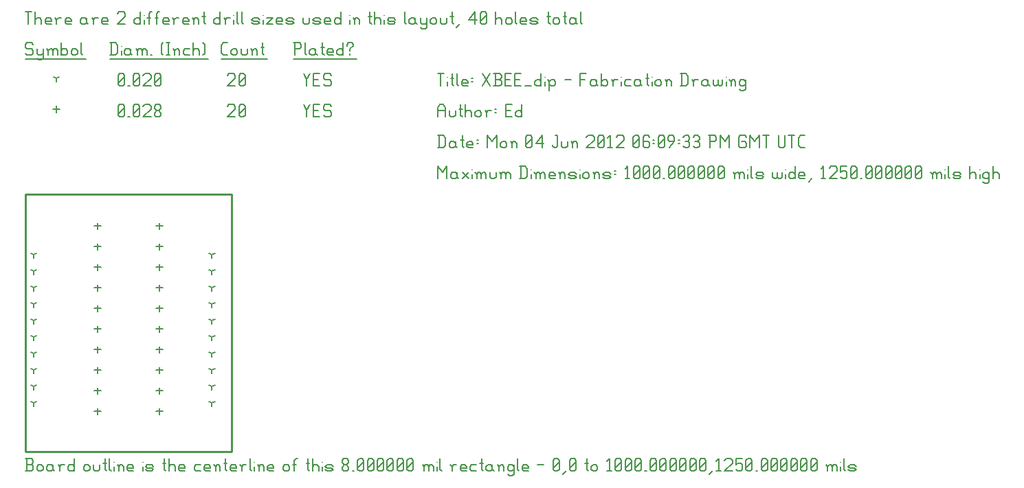
<source format=gbr>
G04 start of page 8 for group -3984 idx -3984 *
G04 Title: XBEE_dip, fab *
G04 Creator: pcb 20110918 *
G04 CreationDate: Mon 04 Jun 2012 06:09:33 PM GMT UTC *
G04 For: ed *
G04 Format: Gerber/RS-274X *
G04 PCB-Dimensions: 100000 125000 *
G04 PCB-Coordinate-Origin: lower left *
%MOIN*%
%FSLAX25Y25*%
%LNFAB*%
%ADD54C,0.0100*%
%ADD53C,0.0075*%
%ADD52C,0.0060*%
%ADD51C,0.0080*%
G54D51*X35000Y111090D02*Y107890D01*
X33400Y109490D02*X36600D01*
X35000Y101090D02*Y97890D01*
X33400Y99490D02*X36600D01*
X35000Y91090D02*Y87890D01*
X33400Y89490D02*X36600D01*
X35000Y81090D02*Y77890D01*
X33400Y79490D02*X36600D01*
X35000Y71090D02*Y67890D01*
X33400Y69490D02*X36600D01*
X35000Y61090D02*Y57890D01*
X33400Y59490D02*X36600D01*
X35000Y51090D02*Y47890D01*
X33400Y49490D02*X36600D01*
X35000Y41090D02*Y37890D01*
X33400Y39490D02*X36600D01*
X35000Y31090D02*Y27890D01*
X33400Y29490D02*X36600D01*
X35000Y21090D02*Y17890D01*
X33400Y19490D02*X36600D01*
X65000Y21090D02*Y17890D01*
X63400Y19490D02*X66600D01*
X65000Y31090D02*Y27890D01*
X63400Y29490D02*X66600D01*
X65000Y41090D02*Y37890D01*
X63400Y39490D02*X66600D01*
X65000Y51090D02*Y47890D01*
X63400Y49490D02*X66600D01*
X65000Y61090D02*Y57890D01*
X63400Y59490D02*X66600D01*
X65000Y71090D02*Y67890D01*
X63400Y69490D02*X66600D01*
X65000Y81090D02*Y77890D01*
X63400Y79490D02*X66600D01*
X65000Y91090D02*Y87890D01*
X63400Y89490D02*X66600D01*
X65000Y101090D02*Y97890D01*
X63400Y99490D02*X66600D01*
X65000Y111090D02*Y107890D01*
X63400Y109490D02*X66600D01*
X15000Y167850D02*Y164650D01*
X13400Y166250D02*X16600D01*
G54D52*X135000Y168500D02*X136500Y165500D01*
X138000Y168500D01*
X136500Y165500D02*Y162500D01*
X139800Y165800D02*X142050D01*
X139800Y162500D02*X142800D01*
X139800Y168500D02*Y162500D01*
Y168500D02*X142800D01*
X147600D02*X148350Y167750D01*
X145350Y168500D02*X147600D01*
X144600Y167750D02*X145350Y168500D01*
X144600Y167750D02*Y166250D01*
X145350Y165500D01*
X147600D01*
X148350Y164750D01*
Y163250D01*
X147600Y162500D02*X148350Y163250D01*
X145350Y162500D02*X147600D01*
X144600Y163250D02*X145350Y162500D01*
X98000Y167750D02*X98750Y168500D01*
X101000D01*
X101750Y167750D01*
Y166250D01*
X98000Y162500D02*X101750Y166250D01*
X98000Y162500D02*X101750D01*
X103550Y163250D02*X104300Y162500D01*
X103550Y167750D02*Y163250D01*
Y167750D02*X104300Y168500D01*
X105800D01*
X106550Y167750D01*
Y163250D01*
X105800Y162500D02*X106550Y163250D01*
X104300Y162500D02*X105800D01*
X103550Y164000D02*X106550Y167000D01*
X45000Y163250D02*X45750Y162500D01*
X45000Y167750D02*Y163250D01*
Y167750D02*X45750Y168500D01*
X47250D01*
X48000Y167750D01*
Y163250D01*
X47250Y162500D02*X48000Y163250D01*
X45750Y162500D02*X47250D01*
X45000Y164000D02*X48000Y167000D01*
X49800Y162500D02*X50550D01*
X52350Y163250D02*X53100Y162500D01*
X52350Y167750D02*Y163250D01*
Y167750D02*X53100Y168500D01*
X54600D01*
X55350Y167750D01*
Y163250D01*
X54600Y162500D02*X55350Y163250D01*
X53100Y162500D02*X54600D01*
X52350Y164000D02*X55350Y167000D01*
X57150Y167750D02*X57900Y168500D01*
X60150D01*
X60900Y167750D01*
Y166250D01*
X57150Y162500D02*X60900Y166250D01*
X57150Y162500D02*X60900D01*
X62700Y163250D02*X63450Y162500D01*
X62700Y164450D02*Y163250D01*
Y164450D02*X63750Y165500D01*
X64650D01*
X65700Y164450D01*
Y163250D01*
X64950Y162500D02*X65700Y163250D01*
X63450Y162500D02*X64950D01*
X62700Y166550D02*X63750Y165500D01*
X62700Y167750D02*Y166550D01*
Y167750D02*X63450Y168500D01*
X64950D01*
X65700Y167750D01*
Y166550D01*
X64650Y165500D02*X65700Y166550D01*
X4000Y95500D02*Y93900D01*
Y95500D02*X5387Y96300D01*
X4000Y95500D02*X2613Y96300D01*
X4000Y87500D02*Y85900D01*
Y87500D02*X5387Y88300D01*
X4000Y87500D02*X2613Y88300D01*
X4000Y71500D02*Y69900D01*
Y71500D02*X5387Y72300D01*
X4000Y71500D02*X2613Y72300D01*
X4000Y63500D02*Y61900D01*
Y63500D02*X5387Y64300D01*
X4000Y63500D02*X2613Y64300D01*
X4000Y55500D02*Y53900D01*
Y55500D02*X5387Y56300D01*
X4000Y55500D02*X2613Y56300D01*
X4000Y47500D02*Y45900D01*
Y47500D02*X5387Y48300D01*
X4000Y47500D02*X2613Y48300D01*
X4000Y31500D02*Y29900D01*
Y31500D02*X5387Y32300D01*
X4000Y31500D02*X2613Y32300D01*
X4000Y23500D02*Y21900D01*
Y23500D02*X5387Y24300D01*
X4000Y23500D02*X2613Y24300D01*
X4000Y39500D02*Y37900D01*
Y39500D02*X5387Y40300D01*
X4000Y39500D02*X2613Y40300D01*
X4000Y79500D02*Y77900D01*
Y79500D02*X5387Y80300D01*
X4000Y79500D02*X2613Y80300D01*
X90500Y95500D02*Y93900D01*
Y95500D02*X91887Y96300D01*
X90500Y95500D02*X89113Y96300D01*
X90500Y87500D02*Y85900D01*
Y87500D02*X91887Y88300D01*
X90500Y87500D02*X89113Y88300D01*
X90500Y71500D02*Y69900D01*
Y71500D02*X91887Y72300D01*
X90500Y71500D02*X89113Y72300D01*
X90500Y63500D02*Y61900D01*
Y63500D02*X91887Y64300D01*
X90500Y63500D02*X89113Y64300D01*
X90500Y55500D02*Y53900D01*
Y55500D02*X91887Y56300D01*
X90500Y55500D02*X89113Y56300D01*
X90500Y47500D02*Y45900D01*
Y47500D02*X91887Y48300D01*
X90500Y47500D02*X89113Y48300D01*
X90500Y31500D02*Y29900D01*
Y31500D02*X91887Y32300D01*
X90500Y31500D02*X89113Y32300D01*
X90500Y23500D02*Y21900D01*
Y23500D02*X91887Y24300D01*
X90500Y23500D02*X89113Y24300D01*
X90500Y39500D02*Y37900D01*
Y39500D02*X91887Y40300D01*
X90500Y39500D02*X89113Y40300D01*
X90500Y79500D02*Y77900D01*
Y79500D02*X91887Y80300D01*
X90500Y79500D02*X89113Y80300D01*
X15000Y181250D02*Y179650D01*
Y181250D02*X16387Y182050D01*
X15000Y181250D02*X13613Y182050D01*
X135000Y183500D02*X136500Y180500D01*
X138000Y183500D01*
X136500Y180500D02*Y177500D01*
X139800Y180800D02*X142050D01*
X139800Y177500D02*X142800D01*
X139800Y183500D02*Y177500D01*
Y183500D02*X142800D01*
X147600D02*X148350Y182750D01*
X145350Y183500D02*X147600D01*
X144600Y182750D02*X145350Y183500D01*
X144600Y182750D02*Y181250D01*
X145350Y180500D01*
X147600D01*
X148350Y179750D01*
Y178250D01*
X147600Y177500D02*X148350Y178250D01*
X145350Y177500D02*X147600D01*
X144600Y178250D02*X145350Y177500D01*
X98000Y182750D02*X98750Y183500D01*
X101000D01*
X101750Y182750D01*
Y181250D01*
X98000Y177500D02*X101750Y181250D01*
X98000Y177500D02*X101750D01*
X103550Y178250D02*X104300Y177500D01*
X103550Y182750D02*Y178250D01*
Y182750D02*X104300Y183500D01*
X105800D01*
X106550Y182750D01*
Y178250D01*
X105800Y177500D02*X106550Y178250D01*
X104300Y177500D02*X105800D01*
X103550Y179000D02*X106550Y182000D01*
X45000Y178250D02*X45750Y177500D01*
X45000Y182750D02*Y178250D01*
Y182750D02*X45750Y183500D01*
X47250D01*
X48000Y182750D01*
Y178250D01*
X47250Y177500D02*X48000Y178250D01*
X45750Y177500D02*X47250D01*
X45000Y179000D02*X48000Y182000D01*
X49800Y177500D02*X50550D01*
X52350Y178250D02*X53100Y177500D01*
X52350Y182750D02*Y178250D01*
Y182750D02*X53100Y183500D01*
X54600D01*
X55350Y182750D01*
Y178250D01*
X54600Y177500D02*X55350Y178250D01*
X53100Y177500D02*X54600D01*
X52350Y179000D02*X55350Y182000D01*
X57150Y182750D02*X57900Y183500D01*
X60150D01*
X60900Y182750D01*
Y181250D01*
X57150Y177500D02*X60900Y181250D01*
X57150Y177500D02*X60900D01*
X62700Y178250D02*X63450Y177500D01*
X62700Y182750D02*Y178250D01*
Y182750D02*X63450Y183500D01*
X64950D01*
X65700Y182750D01*
Y178250D01*
X64950Y177500D02*X65700Y178250D01*
X63450Y177500D02*X64950D01*
X62700Y179000D02*X65700Y182000D01*
X3000Y198500D02*X3750Y197750D01*
X750Y198500D02*X3000D01*
X0Y197750D02*X750Y198500D01*
X0Y197750D02*Y196250D01*
X750Y195500D01*
X3000D01*
X3750Y194750D01*
Y193250D01*
X3000Y192500D02*X3750Y193250D01*
X750Y192500D02*X3000D01*
X0Y193250D02*X750Y192500D01*
X5550Y195500D02*Y193250D01*
X6300Y192500D01*
X8550Y195500D02*Y191000D01*
X7800Y190250D02*X8550Y191000D01*
X6300Y190250D02*X7800D01*
X5550Y191000D02*X6300Y190250D01*
Y192500D02*X7800D01*
X8550Y193250D01*
X11100Y194750D02*Y192500D01*
Y194750D02*X11850Y195500D01*
X12600D01*
X13350Y194750D01*
Y192500D01*
Y194750D02*X14100Y195500D01*
X14850D01*
X15600Y194750D01*
Y192500D01*
X10350Y195500D02*X11100Y194750D01*
X17400Y198500D02*Y192500D01*
Y193250D02*X18150Y192500D01*
X19650D01*
X20400Y193250D01*
Y194750D02*Y193250D01*
X19650Y195500D02*X20400Y194750D01*
X18150Y195500D02*X19650D01*
X17400Y194750D02*X18150Y195500D01*
X22200Y194750D02*Y193250D01*
Y194750D02*X22950Y195500D01*
X24450D01*
X25200Y194750D01*
Y193250D01*
X24450Y192500D02*X25200Y193250D01*
X22950Y192500D02*X24450D01*
X22200Y193250D02*X22950Y192500D01*
X27000Y198500D02*Y193250D01*
X27750Y192500D01*
X0Y190750D02*X29250D01*
X41750Y198500D02*Y192500D01*
X43700Y198500D02*X44750Y197450D01*
Y193550D01*
X43700Y192500D02*X44750Y193550D01*
X41000Y192500D02*X43700D01*
X41000Y198500D02*X43700D01*
G54D53*X46550Y197000D02*Y196850D01*
G54D52*Y194750D02*Y192500D01*
X50300Y195500D02*X51050Y194750D01*
X48800Y195500D02*X50300D01*
X48050Y194750D02*X48800Y195500D01*
X48050Y194750D02*Y193250D01*
X48800Y192500D01*
X51050Y195500D02*Y193250D01*
X51800Y192500D01*
X48800D02*X50300D01*
X51050Y193250D01*
X54350Y194750D02*Y192500D01*
Y194750D02*X55100Y195500D01*
X55850D01*
X56600Y194750D01*
Y192500D01*
Y194750D02*X57350Y195500D01*
X58100D01*
X58850Y194750D01*
Y192500D01*
X53600Y195500D02*X54350Y194750D01*
X60650Y192500D02*X61400D01*
X65900Y193250D02*X66650Y192500D01*
X65900Y197750D02*X66650Y198500D01*
X65900Y197750D02*Y193250D01*
X68450Y198500D02*X69950D01*
X69200D02*Y192500D01*
X68450D02*X69950D01*
X72500Y194750D02*Y192500D01*
Y194750D02*X73250Y195500D01*
X74000D01*
X74750Y194750D01*
Y192500D01*
X71750Y195500D02*X72500Y194750D01*
X77300Y195500D02*X79550D01*
X76550Y194750D02*X77300Y195500D01*
X76550Y194750D02*Y193250D01*
X77300Y192500D01*
X79550D01*
X81350Y198500D02*Y192500D01*
Y194750D02*X82100Y195500D01*
X83600D01*
X84350Y194750D01*
Y192500D01*
X86150Y198500D02*X86900Y197750D01*
Y193250D01*
X86150Y192500D02*X86900Y193250D01*
X41000Y190750D02*X88700D01*
X96050Y192500D02*X98000D01*
X95000Y193550D02*X96050Y192500D01*
X95000Y197450D02*Y193550D01*
Y197450D02*X96050Y198500D01*
X98000D01*
X99800Y194750D02*Y193250D01*
Y194750D02*X100550Y195500D01*
X102050D01*
X102800Y194750D01*
Y193250D01*
X102050Y192500D02*X102800Y193250D01*
X100550Y192500D02*X102050D01*
X99800Y193250D02*X100550Y192500D01*
X104600Y195500D02*Y193250D01*
X105350Y192500D01*
X106850D01*
X107600Y193250D01*
Y195500D02*Y193250D01*
X110150Y194750D02*Y192500D01*
Y194750D02*X110900Y195500D01*
X111650D01*
X112400Y194750D01*
Y192500D01*
X109400Y195500D02*X110150Y194750D01*
X114950Y198500D02*Y193250D01*
X115700Y192500D01*
X114200Y196250D02*X115700D01*
X95000Y190750D02*X117200D01*
X130750Y198500D02*Y192500D01*
X130000Y198500D02*X133000D01*
X133750Y197750D01*
Y196250D01*
X133000Y195500D02*X133750Y196250D01*
X130750Y195500D02*X133000D01*
X135550Y198500D02*Y193250D01*
X136300Y192500D01*
X140050Y195500D02*X140800Y194750D01*
X138550Y195500D02*X140050D01*
X137800Y194750D02*X138550Y195500D01*
X137800Y194750D02*Y193250D01*
X138550Y192500D01*
X140800Y195500D02*Y193250D01*
X141550Y192500D01*
X138550D02*X140050D01*
X140800Y193250D01*
X144100Y198500D02*Y193250D01*
X144850Y192500D01*
X143350Y196250D02*X144850D01*
X147100Y192500D02*X149350D01*
X146350Y193250D02*X147100Y192500D01*
X146350Y194750D02*Y193250D01*
Y194750D02*X147100Y195500D01*
X148600D01*
X149350Y194750D01*
X146350Y194000D02*X149350D01*
Y194750D02*Y194000D01*
X154150Y198500D02*Y192500D01*
X153400D02*X154150Y193250D01*
X151900Y192500D02*X153400D01*
X151150Y193250D02*X151900Y192500D01*
X151150Y194750D02*Y193250D01*
Y194750D02*X151900Y195500D01*
X153400D01*
X154150Y194750D01*
X157450Y195500D02*Y194750D01*
Y193250D02*Y192500D01*
X155950Y197750D02*Y197000D01*
Y197750D02*X156700Y198500D01*
X158200D01*
X158950Y197750D01*
Y197000D01*
X157450Y195500D02*X158950Y197000D01*
X130000Y190750D02*X160750D01*
X0Y213500D02*X3000D01*
X1500D02*Y207500D01*
X4800Y213500D02*Y207500D01*
Y209750D02*X5550Y210500D01*
X7050D01*
X7800Y209750D01*
Y207500D01*
X10350D02*X12600D01*
X9600Y208250D02*X10350Y207500D01*
X9600Y209750D02*Y208250D01*
Y209750D02*X10350Y210500D01*
X11850D01*
X12600Y209750D01*
X9600Y209000D02*X12600D01*
Y209750D02*Y209000D01*
X15150Y209750D02*Y207500D01*
Y209750D02*X15900Y210500D01*
X17400D01*
X14400D02*X15150Y209750D01*
X19950Y207500D02*X22200D01*
X19200Y208250D02*X19950Y207500D01*
X19200Y209750D02*Y208250D01*
Y209750D02*X19950Y210500D01*
X21450D01*
X22200Y209750D01*
X19200Y209000D02*X22200D01*
Y209750D02*Y209000D01*
X28950Y210500D02*X29700Y209750D01*
X27450Y210500D02*X28950D01*
X26700Y209750D02*X27450Y210500D01*
X26700Y209750D02*Y208250D01*
X27450Y207500D01*
X29700Y210500D02*Y208250D01*
X30450Y207500D01*
X27450D02*X28950D01*
X29700Y208250D01*
X33000Y209750D02*Y207500D01*
Y209750D02*X33750Y210500D01*
X35250D01*
X32250D02*X33000Y209750D01*
X37800Y207500D02*X40050D01*
X37050Y208250D02*X37800Y207500D01*
X37050Y209750D02*Y208250D01*
Y209750D02*X37800Y210500D01*
X39300D01*
X40050Y209750D01*
X37050Y209000D02*X40050D01*
Y209750D02*Y209000D01*
X44550Y212750D02*X45300Y213500D01*
X47550D01*
X48300Y212750D01*
Y211250D01*
X44550Y207500D02*X48300Y211250D01*
X44550Y207500D02*X48300D01*
X55800Y213500D02*Y207500D01*
X55050D02*X55800Y208250D01*
X53550Y207500D02*X55050D01*
X52800Y208250D02*X53550Y207500D01*
X52800Y209750D02*Y208250D01*
Y209750D02*X53550Y210500D01*
X55050D01*
X55800Y209750D01*
G54D53*X57600Y212000D02*Y211850D01*
G54D52*Y209750D02*Y207500D01*
X59850Y212750D02*Y207500D01*
Y212750D02*X60600Y213500D01*
X61350D01*
X59100Y210500D02*X60600D01*
X63600Y212750D02*Y207500D01*
Y212750D02*X64350Y213500D01*
X65100D01*
X62850Y210500D02*X64350D01*
X67350Y207500D02*X69600D01*
X66600Y208250D02*X67350Y207500D01*
X66600Y209750D02*Y208250D01*
Y209750D02*X67350Y210500D01*
X68850D01*
X69600Y209750D01*
X66600Y209000D02*X69600D01*
Y209750D02*Y209000D01*
X72150Y209750D02*Y207500D01*
Y209750D02*X72900Y210500D01*
X74400D01*
X71400D02*X72150Y209750D01*
X76950Y207500D02*X79200D01*
X76200Y208250D02*X76950Y207500D01*
X76200Y209750D02*Y208250D01*
Y209750D02*X76950Y210500D01*
X78450D01*
X79200Y209750D01*
X76200Y209000D02*X79200D01*
Y209750D02*Y209000D01*
X81750Y209750D02*Y207500D01*
Y209750D02*X82500Y210500D01*
X83250D01*
X84000Y209750D01*
Y207500D01*
X81000Y210500D02*X81750Y209750D01*
X86550Y213500D02*Y208250D01*
X87300Y207500D01*
X85800Y211250D02*X87300D01*
X94500Y213500D02*Y207500D01*
X93750D02*X94500Y208250D01*
X92250Y207500D02*X93750D01*
X91500Y208250D02*X92250Y207500D01*
X91500Y209750D02*Y208250D01*
Y209750D02*X92250Y210500D01*
X93750D01*
X94500Y209750D01*
X97050D02*Y207500D01*
Y209750D02*X97800Y210500D01*
X99300D01*
X96300D02*X97050Y209750D01*
G54D53*X101100Y212000D02*Y211850D01*
G54D52*Y209750D02*Y207500D01*
X102600Y213500D02*Y208250D01*
X103350Y207500D01*
X104850Y213500D02*Y208250D01*
X105600Y207500D01*
X110550D02*X112800D01*
X113550Y208250D01*
X112800Y209000D02*X113550Y208250D01*
X110550Y209000D02*X112800D01*
X109800Y209750D02*X110550Y209000D01*
X109800Y209750D02*X110550Y210500D01*
X112800D01*
X113550Y209750D01*
X109800Y208250D02*X110550Y207500D01*
G54D53*X115350Y212000D02*Y211850D01*
G54D52*Y209750D02*Y207500D01*
X116850Y210500D02*X119850D01*
X116850Y207500D02*X119850Y210500D01*
X116850Y207500D02*X119850D01*
X122400D02*X124650D01*
X121650Y208250D02*X122400Y207500D01*
X121650Y209750D02*Y208250D01*
Y209750D02*X122400Y210500D01*
X123900D01*
X124650Y209750D01*
X121650Y209000D02*X124650D01*
Y209750D02*Y209000D01*
X127200Y207500D02*X129450D01*
X130200Y208250D01*
X129450Y209000D02*X130200Y208250D01*
X127200Y209000D02*X129450D01*
X126450Y209750D02*X127200Y209000D01*
X126450Y209750D02*X127200Y210500D01*
X129450D01*
X130200Y209750D01*
X126450Y208250D02*X127200Y207500D01*
X134700Y210500D02*Y208250D01*
X135450Y207500D01*
X136950D01*
X137700Y208250D01*
Y210500D02*Y208250D01*
X140250Y207500D02*X142500D01*
X143250Y208250D01*
X142500Y209000D02*X143250Y208250D01*
X140250Y209000D02*X142500D01*
X139500Y209750D02*X140250Y209000D01*
X139500Y209750D02*X140250Y210500D01*
X142500D01*
X143250Y209750D01*
X139500Y208250D02*X140250Y207500D01*
X145800D02*X148050D01*
X145050Y208250D02*X145800Y207500D01*
X145050Y209750D02*Y208250D01*
Y209750D02*X145800Y210500D01*
X147300D01*
X148050Y209750D01*
X145050Y209000D02*X148050D01*
Y209750D02*Y209000D01*
X152850Y213500D02*Y207500D01*
X152100D02*X152850Y208250D01*
X150600Y207500D02*X152100D01*
X149850Y208250D02*X150600Y207500D01*
X149850Y209750D02*Y208250D01*
Y209750D02*X150600Y210500D01*
X152100D01*
X152850Y209750D01*
G54D53*X157350Y212000D02*Y211850D01*
G54D52*Y209750D02*Y207500D01*
X159600Y209750D02*Y207500D01*
Y209750D02*X160350Y210500D01*
X161100D01*
X161850Y209750D01*
Y207500D01*
X158850Y210500D02*X159600Y209750D01*
X167100Y213500D02*Y208250D01*
X167850Y207500D01*
X166350Y211250D02*X167850D01*
X169350Y213500D02*Y207500D01*
Y209750D02*X170100Y210500D01*
X171600D01*
X172350Y209750D01*
Y207500D01*
G54D53*X174150Y212000D02*Y211850D01*
G54D52*Y209750D02*Y207500D01*
X176400D02*X178650D01*
X179400Y208250D01*
X178650Y209000D02*X179400Y208250D01*
X176400Y209000D02*X178650D01*
X175650Y209750D02*X176400Y209000D01*
X175650Y209750D02*X176400Y210500D01*
X178650D01*
X179400Y209750D01*
X175650Y208250D02*X176400Y207500D01*
X183900Y213500D02*Y208250D01*
X184650Y207500D01*
X188400Y210500D02*X189150Y209750D01*
X186900Y210500D02*X188400D01*
X186150Y209750D02*X186900Y210500D01*
X186150Y209750D02*Y208250D01*
X186900Y207500D01*
X189150Y210500D02*Y208250D01*
X189900Y207500D01*
X186900D02*X188400D01*
X189150Y208250D01*
X191700Y210500D02*Y208250D01*
X192450Y207500D01*
X194700Y210500D02*Y206000D01*
X193950Y205250D02*X194700Y206000D01*
X192450Y205250D02*X193950D01*
X191700Y206000D02*X192450Y205250D01*
Y207500D02*X193950D01*
X194700Y208250D01*
X196500Y209750D02*Y208250D01*
Y209750D02*X197250Y210500D01*
X198750D01*
X199500Y209750D01*
Y208250D01*
X198750Y207500D02*X199500Y208250D01*
X197250Y207500D02*X198750D01*
X196500Y208250D02*X197250Y207500D01*
X201300Y210500D02*Y208250D01*
X202050Y207500D01*
X203550D01*
X204300Y208250D01*
Y210500D02*Y208250D01*
X206850Y213500D02*Y208250D01*
X207600Y207500D01*
X206100Y211250D02*X207600D01*
X209100Y206000D02*X210600Y207500D01*
X215100Y209750D02*X218100Y213500D01*
X215100Y209750D02*X218850D01*
X218100Y213500D02*Y207500D01*
X220650Y208250D02*X221400Y207500D01*
X220650Y212750D02*Y208250D01*
Y212750D02*X221400Y213500D01*
X222900D01*
X223650Y212750D01*
Y208250D01*
X222900Y207500D02*X223650Y208250D01*
X221400Y207500D02*X222900D01*
X220650Y209000D02*X223650Y212000D01*
X228150Y213500D02*Y207500D01*
Y209750D02*X228900Y210500D01*
X230400D01*
X231150Y209750D01*
Y207500D01*
X232950Y209750D02*Y208250D01*
Y209750D02*X233700Y210500D01*
X235200D01*
X235950Y209750D01*
Y208250D01*
X235200Y207500D02*X235950Y208250D01*
X233700Y207500D02*X235200D01*
X232950Y208250D02*X233700Y207500D01*
X237750Y213500D02*Y208250D01*
X238500Y207500D01*
X240750D02*X243000D01*
X240000Y208250D02*X240750Y207500D01*
X240000Y209750D02*Y208250D01*
Y209750D02*X240750Y210500D01*
X242250D01*
X243000Y209750D01*
X240000Y209000D02*X243000D01*
Y209750D02*Y209000D01*
X245550Y207500D02*X247800D01*
X248550Y208250D01*
X247800Y209000D02*X248550Y208250D01*
X245550Y209000D02*X247800D01*
X244800Y209750D02*X245550Y209000D01*
X244800Y209750D02*X245550Y210500D01*
X247800D01*
X248550Y209750D01*
X244800Y208250D02*X245550Y207500D01*
X253800Y213500D02*Y208250D01*
X254550Y207500D01*
X253050Y211250D02*X254550D01*
X256050Y209750D02*Y208250D01*
Y209750D02*X256800Y210500D01*
X258300D01*
X259050Y209750D01*
Y208250D01*
X258300Y207500D02*X259050Y208250D01*
X256800Y207500D02*X258300D01*
X256050Y208250D02*X256800Y207500D01*
X261600Y213500D02*Y208250D01*
X262350Y207500D01*
X260850Y211250D02*X262350D01*
X266100Y210500D02*X266850Y209750D01*
X264600Y210500D02*X266100D01*
X263850Y209750D02*X264600Y210500D01*
X263850Y209750D02*Y208250D01*
X264600Y207500D01*
X266850Y210500D02*Y208250D01*
X267600Y207500D01*
X264600D02*X266100D01*
X266850Y208250D01*
X269400Y213500D02*Y208250D01*
X270150Y207500D01*
G54D54*X0Y125000D02*X100000D01*
X0D02*Y0D01*
X100000Y125000D02*Y0D01*
X0D02*X100000D01*
G54D52*X200000Y138500D02*Y132500D01*
Y138500D02*X202250Y135500D01*
X204500Y138500D01*
Y132500D01*
X208550Y135500D02*X209300Y134750D01*
X207050Y135500D02*X208550D01*
X206300Y134750D02*X207050Y135500D01*
X206300Y134750D02*Y133250D01*
X207050Y132500D01*
X209300Y135500D02*Y133250D01*
X210050Y132500D01*
X207050D02*X208550D01*
X209300Y133250D01*
X211850Y135500D02*X214850Y132500D01*
X211850D02*X214850Y135500D01*
G54D53*X216650Y137000D02*Y136850D01*
G54D52*Y134750D02*Y132500D01*
X218900Y134750D02*Y132500D01*
Y134750D02*X219650Y135500D01*
X220400D01*
X221150Y134750D01*
Y132500D01*
Y134750D02*X221900Y135500D01*
X222650D01*
X223400Y134750D01*
Y132500D01*
X218150Y135500D02*X218900Y134750D01*
X225200Y135500D02*Y133250D01*
X225950Y132500D01*
X227450D01*
X228200Y133250D01*
Y135500D02*Y133250D01*
X230750Y134750D02*Y132500D01*
Y134750D02*X231500Y135500D01*
X232250D01*
X233000Y134750D01*
Y132500D01*
Y134750D02*X233750Y135500D01*
X234500D01*
X235250Y134750D01*
Y132500D01*
X230000Y135500D02*X230750Y134750D01*
X240500Y138500D02*Y132500D01*
X242450Y138500D02*X243500Y137450D01*
Y133550D01*
X242450Y132500D02*X243500Y133550D01*
X239750Y132500D02*X242450D01*
X239750Y138500D02*X242450D01*
G54D53*X245300Y137000D02*Y136850D01*
G54D52*Y134750D02*Y132500D01*
X247550Y134750D02*Y132500D01*
Y134750D02*X248300Y135500D01*
X249050D01*
X249800Y134750D01*
Y132500D01*
Y134750D02*X250550Y135500D01*
X251300D01*
X252050Y134750D01*
Y132500D01*
X246800Y135500D02*X247550Y134750D01*
X254600Y132500D02*X256850D01*
X253850Y133250D02*X254600Y132500D01*
X253850Y134750D02*Y133250D01*
Y134750D02*X254600Y135500D01*
X256100D01*
X256850Y134750D01*
X253850Y134000D02*X256850D01*
Y134750D02*Y134000D01*
X259400Y134750D02*Y132500D01*
Y134750D02*X260150Y135500D01*
X260900D01*
X261650Y134750D01*
Y132500D01*
X258650Y135500D02*X259400Y134750D01*
X264200Y132500D02*X266450D01*
X267200Y133250D01*
X266450Y134000D02*X267200Y133250D01*
X264200Y134000D02*X266450D01*
X263450Y134750D02*X264200Y134000D01*
X263450Y134750D02*X264200Y135500D01*
X266450D01*
X267200Y134750D01*
X263450Y133250D02*X264200Y132500D01*
G54D53*X269000Y137000D02*Y136850D01*
G54D52*Y134750D02*Y132500D01*
X270500Y134750D02*Y133250D01*
Y134750D02*X271250Y135500D01*
X272750D01*
X273500Y134750D01*
Y133250D01*
X272750Y132500D02*X273500Y133250D01*
X271250Y132500D02*X272750D01*
X270500Y133250D02*X271250Y132500D01*
X276050Y134750D02*Y132500D01*
Y134750D02*X276800Y135500D01*
X277550D01*
X278300Y134750D01*
Y132500D01*
X275300Y135500D02*X276050Y134750D01*
X280850Y132500D02*X283100D01*
X283850Y133250D01*
X283100Y134000D02*X283850Y133250D01*
X280850Y134000D02*X283100D01*
X280100Y134750D02*X280850Y134000D01*
X280100Y134750D02*X280850Y135500D01*
X283100D01*
X283850Y134750D01*
X280100Y133250D02*X280850Y132500D01*
X285650Y136250D02*X286400D01*
X285650Y134750D02*X286400D01*
X290900Y137300D02*X292100Y138500D01*
Y132500D01*
X290900D02*X293150D01*
X294950Y133250D02*X295700Y132500D01*
X294950Y137750D02*Y133250D01*
Y137750D02*X295700Y138500D01*
X297200D01*
X297950Y137750D01*
Y133250D01*
X297200Y132500D02*X297950Y133250D01*
X295700Y132500D02*X297200D01*
X294950Y134000D02*X297950Y137000D01*
X299750Y133250D02*X300500Y132500D01*
X299750Y137750D02*Y133250D01*
Y137750D02*X300500Y138500D01*
X302000D01*
X302750Y137750D01*
Y133250D01*
X302000Y132500D02*X302750Y133250D01*
X300500Y132500D02*X302000D01*
X299750Y134000D02*X302750Y137000D01*
X304550Y133250D02*X305300Y132500D01*
X304550Y137750D02*Y133250D01*
Y137750D02*X305300Y138500D01*
X306800D01*
X307550Y137750D01*
Y133250D01*
X306800Y132500D02*X307550Y133250D01*
X305300Y132500D02*X306800D01*
X304550Y134000D02*X307550Y137000D01*
X309350Y132500D02*X310100D01*
X311900Y133250D02*X312650Y132500D01*
X311900Y137750D02*Y133250D01*
Y137750D02*X312650Y138500D01*
X314150D01*
X314900Y137750D01*
Y133250D01*
X314150Y132500D02*X314900Y133250D01*
X312650Y132500D02*X314150D01*
X311900Y134000D02*X314900Y137000D01*
X316700Y133250D02*X317450Y132500D01*
X316700Y137750D02*Y133250D01*
Y137750D02*X317450Y138500D01*
X318950D01*
X319700Y137750D01*
Y133250D01*
X318950Y132500D02*X319700Y133250D01*
X317450Y132500D02*X318950D01*
X316700Y134000D02*X319700Y137000D01*
X321500Y133250D02*X322250Y132500D01*
X321500Y137750D02*Y133250D01*
Y137750D02*X322250Y138500D01*
X323750D01*
X324500Y137750D01*
Y133250D01*
X323750Y132500D02*X324500Y133250D01*
X322250Y132500D02*X323750D01*
X321500Y134000D02*X324500Y137000D01*
X326300Y133250D02*X327050Y132500D01*
X326300Y137750D02*Y133250D01*
Y137750D02*X327050Y138500D01*
X328550D01*
X329300Y137750D01*
Y133250D01*
X328550Y132500D02*X329300Y133250D01*
X327050Y132500D02*X328550D01*
X326300Y134000D02*X329300Y137000D01*
X331100Y133250D02*X331850Y132500D01*
X331100Y137750D02*Y133250D01*
Y137750D02*X331850Y138500D01*
X333350D01*
X334100Y137750D01*
Y133250D01*
X333350Y132500D02*X334100Y133250D01*
X331850Y132500D02*X333350D01*
X331100Y134000D02*X334100Y137000D01*
X335900Y133250D02*X336650Y132500D01*
X335900Y137750D02*Y133250D01*
Y137750D02*X336650Y138500D01*
X338150D01*
X338900Y137750D01*
Y133250D01*
X338150Y132500D02*X338900Y133250D01*
X336650Y132500D02*X338150D01*
X335900Y134000D02*X338900Y137000D01*
X344150Y134750D02*Y132500D01*
Y134750D02*X344900Y135500D01*
X345650D01*
X346400Y134750D01*
Y132500D01*
Y134750D02*X347150Y135500D01*
X347900D01*
X348650Y134750D01*
Y132500D01*
X343400Y135500D02*X344150Y134750D01*
G54D53*X350450Y137000D02*Y136850D01*
G54D52*Y134750D02*Y132500D01*
X351950Y138500D02*Y133250D01*
X352700Y132500D01*
X354950D02*X357200D01*
X357950Y133250D01*
X357200Y134000D02*X357950Y133250D01*
X354950Y134000D02*X357200D01*
X354200Y134750D02*X354950Y134000D01*
X354200Y134750D02*X354950Y135500D01*
X357200D01*
X357950Y134750D01*
X354200Y133250D02*X354950Y132500D01*
X362450Y135500D02*Y133250D01*
X363200Y132500D01*
X363950D01*
X364700Y133250D01*
Y135500D02*Y133250D01*
X365450Y132500D01*
X366200D01*
X366950Y133250D01*
Y135500D02*Y133250D01*
G54D53*X368750Y137000D02*Y136850D01*
G54D52*Y134750D02*Y132500D01*
X373250Y138500D02*Y132500D01*
X372500D02*X373250Y133250D01*
X371000Y132500D02*X372500D01*
X370250Y133250D02*X371000Y132500D01*
X370250Y134750D02*Y133250D01*
Y134750D02*X371000Y135500D01*
X372500D01*
X373250Y134750D01*
X375800Y132500D02*X378050D01*
X375050Y133250D02*X375800Y132500D01*
X375050Y134750D02*Y133250D01*
Y134750D02*X375800Y135500D01*
X377300D01*
X378050Y134750D01*
X375050Y134000D02*X378050D01*
Y134750D02*Y134000D01*
X379850Y131000D02*X381350Y132500D01*
X385850Y137300D02*X387050Y138500D01*
Y132500D01*
X385850D02*X388100D01*
X389900Y137750D02*X390650Y138500D01*
X392900D01*
X393650Y137750D01*
Y136250D01*
X389900Y132500D02*X393650Y136250D01*
X389900Y132500D02*X393650D01*
X395450Y138500D02*X398450D01*
X395450D02*Y135500D01*
X396200Y136250D01*
X397700D01*
X398450Y135500D01*
Y133250D01*
X397700Y132500D02*X398450Y133250D01*
X396200Y132500D02*X397700D01*
X395450Y133250D02*X396200Y132500D01*
X400250Y133250D02*X401000Y132500D01*
X400250Y137750D02*Y133250D01*
Y137750D02*X401000Y138500D01*
X402500D01*
X403250Y137750D01*
Y133250D01*
X402500Y132500D02*X403250Y133250D01*
X401000Y132500D02*X402500D01*
X400250Y134000D02*X403250Y137000D01*
X405050Y132500D02*X405800D01*
X407600Y133250D02*X408350Y132500D01*
X407600Y137750D02*Y133250D01*
Y137750D02*X408350Y138500D01*
X409850D01*
X410600Y137750D01*
Y133250D01*
X409850Y132500D02*X410600Y133250D01*
X408350Y132500D02*X409850D01*
X407600Y134000D02*X410600Y137000D01*
X412400Y133250D02*X413150Y132500D01*
X412400Y137750D02*Y133250D01*
Y137750D02*X413150Y138500D01*
X414650D01*
X415400Y137750D01*
Y133250D01*
X414650Y132500D02*X415400Y133250D01*
X413150Y132500D02*X414650D01*
X412400Y134000D02*X415400Y137000D01*
X417200Y133250D02*X417950Y132500D01*
X417200Y137750D02*Y133250D01*
Y137750D02*X417950Y138500D01*
X419450D01*
X420200Y137750D01*
Y133250D01*
X419450Y132500D02*X420200Y133250D01*
X417950Y132500D02*X419450D01*
X417200Y134000D02*X420200Y137000D01*
X422000Y133250D02*X422750Y132500D01*
X422000Y137750D02*Y133250D01*
Y137750D02*X422750Y138500D01*
X424250D01*
X425000Y137750D01*
Y133250D01*
X424250Y132500D02*X425000Y133250D01*
X422750Y132500D02*X424250D01*
X422000Y134000D02*X425000Y137000D01*
X426800Y133250D02*X427550Y132500D01*
X426800Y137750D02*Y133250D01*
Y137750D02*X427550Y138500D01*
X429050D01*
X429800Y137750D01*
Y133250D01*
X429050Y132500D02*X429800Y133250D01*
X427550Y132500D02*X429050D01*
X426800Y134000D02*X429800Y137000D01*
X431600Y133250D02*X432350Y132500D01*
X431600Y137750D02*Y133250D01*
Y137750D02*X432350Y138500D01*
X433850D01*
X434600Y137750D01*
Y133250D01*
X433850Y132500D02*X434600Y133250D01*
X432350Y132500D02*X433850D01*
X431600Y134000D02*X434600Y137000D01*
X439850Y134750D02*Y132500D01*
Y134750D02*X440600Y135500D01*
X441350D01*
X442100Y134750D01*
Y132500D01*
Y134750D02*X442850Y135500D01*
X443600D01*
X444350Y134750D01*
Y132500D01*
X439100Y135500D02*X439850Y134750D01*
G54D53*X446150Y137000D02*Y136850D01*
G54D52*Y134750D02*Y132500D01*
X447650Y138500D02*Y133250D01*
X448400Y132500D01*
X450650D02*X452900D01*
X453650Y133250D01*
X452900Y134000D02*X453650Y133250D01*
X450650Y134000D02*X452900D01*
X449900Y134750D02*X450650Y134000D01*
X449900Y134750D02*X450650Y135500D01*
X452900D01*
X453650Y134750D01*
X449900Y133250D02*X450650Y132500D01*
X458150Y138500D02*Y132500D01*
Y134750D02*X458900Y135500D01*
X460400D01*
X461150Y134750D01*
Y132500D01*
G54D53*X462950Y137000D02*Y136850D01*
G54D52*Y134750D02*Y132500D01*
X466700Y135500D02*X467450Y134750D01*
X465200Y135500D02*X466700D01*
X464450Y134750D02*X465200Y135500D01*
X464450Y134750D02*Y133250D01*
X465200Y132500D01*
X466700D01*
X467450Y133250D01*
X464450Y131000D02*X465200Y130250D01*
X466700D01*
X467450Y131000D01*
Y135500D02*Y131000D01*
X469250Y138500D02*Y132500D01*
Y134750D02*X470000Y135500D01*
X471500D01*
X472250Y134750D01*
Y132500D01*
X0Y-9500D02*X3000D01*
X3750Y-8750D01*
Y-6950D02*Y-8750D01*
X3000Y-6200D02*X3750Y-6950D01*
X750Y-6200D02*X3000D01*
X750Y-3500D02*Y-9500D01*
X0Y-3500D02*X3000D01*
X3750Y-4250D01*
Y-5450D01*
X3000Y-6200D02*X3750Y-5450D01*
X5550Y-7250D02*Y-8750D01*
Y-7250D02*X6300Y-6500D01*
X7800D01*
X8550Y-7250D01*
Y-8750D01*
X7800Y-9500D02*X8550Y-8750D01*
X6300Y-9500D02*X7800D01*
X5550Y-8750D02*X6300Y-9500D01*
X12600Y-6500D02*X13350Y-7250D01*
X11100Y-6500D02*X12600D01*
X10350Y-7250D02*X11100Y-6500D01*
X10350Y-7250D02*Y-8750D01*
X11100Y-9500D01*
X13350Y-6500D02*Y-8750D01*
X14100Y-9500D01*
X11100D02*X12600D01*
X13350Y-8750D01*
X16650Y-7250D02*Y-9500D01*
Y-7250D02*X17400Y-6500D01*
X18900D01*
X15900D02*X16650Y-7250D01*
X23700Y-3500D02*Y-9500D01*
X22950D02*X23700Y-8750D01*
X21450Y-9500D02*X22950D01*
X20700Y-8750D02*X21450Y-9500D01*
X20700Y-7250D02*Y-8750D01*
Y-7250D02*X21450Y-6500D01*
X22950D01*
X23700Y-7250D01*
X28200D02*Y-8750D01*
Y-7250D02*X28950Y-6500D01*
X30450D01*
X31200Y-7250D01*
Y-8750D01*
X30450Y-9500D02*X31200Y-8750D01*
X28950Y-9500D02*X30450D01*
X28200Y-8750D02*X28950Y-9500D01*
X33000Y-6500D02*Y-8750D01*
X33750Y-9500D01*
X35250D01*
X36000Y-8750D01*
Y-6500D02*Y-8750D01*
X38550Y-3500D02*Y-8750D01*
X39300Y-9500D01*
X37800Y-5750D02*X39300D01*
X40800Y-3500D02*Y-8750D01*
X41550Y-9500D01*
G54D53*X43050Y-5000D02*Y-5150D01*
G54D52*Y-7250D02*Y-9500D01*
X45300Y-7250D02*Y-9500D01*
Y-7250D02*X46050Y-6500D01*
X46800D01*
X47550Y-7250D01*
Y-9500D01*
X44550Y-6500D02*X45300Y-7250D01*
X50100Y-9500D02*X52350D01*
X49350Y-8750D02*X50100Y-9500D01*
X49350Y-7250D02*Y-8750D01*
Y-7250D02*X50100Y-6500D01*
X51600D01*
X52350Y-7250D01*
X49350Y-8000D02*X52350D01*
Y-7250D02*Y-8000D01*
G54D53*X56850Y-5000D02*Y-5150D01*
G54D52*Y-7250D02*Y-9500D01*
X59100D02*X61350D01*
X62100Y-8750D01*
X61350Y-8000D02*X62100Y-8750D01*
X59100Y-8000D02*X61350D01*
X58350Y-7250D02*X59100Y-8000D01*
X58350Y-7250D02*X59100Y-6500D01*
X61350D01*
X62100Y-7250D01*
X58350Y-8750D02*X59100Y-9500D01*
X67350Y-3500D02*Y-8750D01*
X68100Y-9500D01*
X66600Y-5750D02*X68100D01*
X69600Y-3500D02*Y-9500D01*
Y-7250D02*X70350Y-6500D01*
X71850D01*
X72600Y-7250D01*
Y-9500D01*
X75150D02*X77400D01*
X74400Y-8750D02*X75150Y-9500D01*
X74400Y-7250D02*Y-8750D01*
Y-7250D02*X75150Y-6500D01*
X76650D01*
X77400Y-7250D01*
X74400Y-8000D02*X77400D01*
Y-7250D02*Y-8000D01*
X82650Y-6500D02*X84900D01*
X81900Y-7250D02*X82650Y-6500D01*
X81900Y-7250D02*Y-8750D01*
X82650Y-9500D01*
X84900D01*
X87450D02*X89700D01*
X86700Y-8750D02*X87450Y-9500D01*
X86700Y-7250D02*Y-8750D01*
Y-7250D02*X87450Y-6500D01*
X88950D01*
X89700Y-7250D01*
X86700Y-8000D02*X89700D01*
Y-7250D02*Y-8000D01*
X92250Y-7250D02*Y-9500D01*
Y-7250D02*X93000Y-6500D01*
X93750D01*
X94500Y-7250D01*
Y-9500D01*
X91500Y-6500D02*X92250Y-7250D01*
X97050Y-3500D02*Y-8750D01*
X97800Y-9500D01*
X96300Y-5750D02*X97800D01*
X100050Y-9500D02*X102300D01*
X99300Y-8750D02*X100050Y-9500D01*
X99300Y-7250D02*Y-8750D01*
Y-7250D02*X100050Y-6500D01*
X101550D01*
X102300Y-7250D01*
X99300Y-8000D02*X102300D01*
Y-7250D02*Y-8000D01*
X104850Y-7250D02*Y-9500D01*
Y-7250D02*X105600Y-6500D01*
X107100D01*
X104100D02*X104850Y-7250D01*
X108900Y-3500D02*Y-8750D01*
X109650Y-9500D01*
G54D53*X111150Y-5000D02*Y-5150D01*
G54D52*Y-7250D02*Y-9500D01*
X113400Y-7250D02*Y-9500D01*
Y-7250D02*X114150Y-6500D01*
X114900D01*
X115650Y-7250D01*
Y-9500D01*
X112650Y-6500D02*X113400Y-7250D01*
X118200Y-9500D02*X120450D01*
X117450Y-8750D02*X118200Y-9500D01*
X117450Y-7250D02*Y-8750D01*
Y-7250D02*X118200Y-6500D01*
X119700D01*
X120450Y-7250D01*
X117450Y-8000D02*X120450D01*
Y-7250D02*Y-8000D01*
X124950Y-7250D02*Y-8750D01*
Y-7250D02*X125700Y-6500D01*
X127200D01*
X127950Y-7250D01*
Y-8750D01*
X127200Y-9500D02*X127950Y-8750D01*
X125700Y-9500D02*X127200D01*
X124950Y-8750D02*X125700Y-9500D01*
X130500Y-4250D02*Y-9500D01*
Y-4250D02*X131250Y-3500D01*
X132000D01*
X129750Y-6500D02*X131250D01*
X136950Y-3500D02*Y-8750D01*
X137700Y-9500D01*
X136200Y-5750D02*X137700D01*
X139200Y-3500D02*Y-9500D01*
Y-7250D02*X139950Y-6500D01*
X141450D01*
X142200Y-7250D01*
Y-9500D01*
G54D53*X144000Y-5000D02*Y-5150D01*
G54D52*Y-7250D02*Y-9500D01*
X146250D02*X148500D01*
X149250Y-8750D01*
X148500Y-8000D02*X149250Y-8750D01*
X146250Y-8000D02*X148500D01*
X145500Y-7250D02*X146250Y-8000D01*
X145500Y-7250D02*X146250Y-6500D01*
X148500D01*
X149250Y-7250D01*
X145500Y-8750D02*X146250Y-9500D01*
X153750Y-8750D02*X154500Y-9500D01*
X153750Y-7550D02*Y-8750D01*
Y-7550D02*X154800Y-6500D01*
X155700D01*
X156750Y-7550D01*
Y-8750D01*
X156000Y-9500D02*X156750Y-8750D01*
X154500Y-9500D02*X156000D01*
X153750Y-5450D02*X154800Y-6500D01*
X153750Y-4250D02*Y-5450D01*
Y-4250D02*X154500Y-3500D01*
X156000D01*
X156750Y-4250D01*
Y-5450D01*
X155700Y-6500D02*X156750Y-5450D01*
X158550Y-9500D02*X159300D01*
X161100Y-8750D02*X161850Y-9500D01*
X161100Y-4250D02*Y-8750D01*
Y-4250D02*X161850Y-3500D01*
X163350D01*
X164100Y-4250D01*
Y-8750D01*
X163350Y-9500D02*X164100Y-8750D01*
X161850Y-9500D02*X163350D01*
X161100Y-8000D02*X164100Y-5000D01*
X165900Y-8750D02*X166650Y-9500D01*
X165900Y-4250D02*Y-8750D01*
Y-4250D02*X166650Y-3500D01*
X168150D01*
X168900Y-4250D01*
Y-8750D01*
X168150Y-9500D02*X168900Y-8750D01*
X166650Y-9500D02*X168150D01*
X165900Y-8000D02*X168900Y-5000D01*
X170700Y-8750D02*X171450Y-9500D01*
X170700Y-4250D02*Y-8750D01*
Y-4250D02*X171450Y-3500D01*
X172950D01*
X173700Y-4250D01*
Y-8750D01*
X172950Y-9500D02*X173700Y-8750D01*
X171450Y-9500D02*X172950D01*
X170700Y-8000D02*X173700Y-5000D01*
X175500Y-8750D02*X176250Y-9500D01*
X175500Y-4250D02*Y-8750D01*
Y-4250D02*X176250Y-3500D01*
X177750D01*
X178500Y-4250D01*
Y-8750D01*
X177750Y-9500D02*X178500Y-8750D01*
X176250Y-9500D02*X177750D01*
X175500Y-8000D02*X178500Y-5000D01*
X180300Y-8750D02*X181050Y-9500D01*
X180300Y-4250D02*Y-8750D01*
Y-4250D02*X181050Y-3500D01*
X182550D01*
X183300Y-4250D01*
Y-8750D01*
X182550Y-9500D02*X183300Y-8750D01*
X181050Y-9500D02*X182550D01*
X180300Y-8000D02*X183300Y-5000D01*
X185100Y-8750D02*X185850Y-9500D01*
X185100Y-4250D02*Y-8750D01*
Y-4250D02*X185850Y-3500D01*
X187350D01*
X188100Y-4250D01*
Y-8750D01*
X187350Y-9500D02*X188100Y-8750D01*
X185850Y-9500D02*X187350D01*
X185100Y-8000D02*X188100Y-5000D01*
X193350Y-7250D02*Y-9500D01*
Y-7250D02*X194100Y-6500D01*
X194850D01*
X195600Y-7250D01*
Y-9500D01*
Y-7250D02*X196350Y-6500D01*
X197100D01*
X197850Y-7250D01*
Y-9500D01*
X192600Y-6500D02*X193350Y-7250D01*
G54D53*X199650Y-5000D02*Y-5150D01*
G54D52*Y-7250D02*Y-9500D01*
X201150Y-3500D02*Y-8750D01*
X201900Y-9500D01*
X206850Y-7250D02*Y-9500D01*
Y-7250D02*X207600Y-6500D01*
X209100D01*
X206100D02*X206850Y-7250D01*
X211650Y-9500D02*X213900D01*
X210900Y-8750D02*X211650Y-9500D01*
X210900Y-7250D02*Y-8750D01*
Y-7250D02*X211650Y-6500D01*
X213150D01*
X213900Y-7250D01*
X210900Y-8000D02*X213900D01*
Y-7250D02*Y-8000D01*
X216450Y-6500D02*X218700D01*
X215700Y-7250D02*X216450Y-6500D01*
X215700Y-7250D02*Y-8750D01*
X216450Y-9500D01*
X218700D01*
X221250Y-3500D02*Y-8750D01*
X222000Y-9500D01*
X220500Y-5750D02*X222000D01*
X225750Y-6500D02*X226500Y-7250D01*
X224250Y-6500D02*X225750D01*
X223500Y-7250D02*X224250Y-6500D01*
X223500Y-7250D02*Y-8750D01*
X224250Y-9500D01*
X226500Y-6500D02*Y-8750D01*
X227250Y-9500D01*
X224250D02*X225750D01*
X226500Y-8750D01*
X229800Y-7250D02*Y-9500D01*
Y-7250D02*X230550Y-6500D01*
X231300D01*
X232050Y-7250D01*
Y-9500D01*
X229050Y-6500D02*X229800Y-7250D01*
X236100Y-6500D02*X236850Y-7250D01*
X234600Y-6500D02*X236100D01*
X233850Y-7250D02*X234600Y-6500D01*
X233850Y-7250D02*Y-8750D01*
X234600Y-9500D01*
X236100D01*
X236850Y-8750D01*
X233850Y-11000D02*X234600Y-11750D01*
X236100D01*
X236850Y-11000D01*
Y-6500D02*Y-11000D01*
X238650Y-3500D02*Y-8750D01*
X239400Y-9500D01*
X241650D02*X243900D01*
X240900Y-8750D02*X241650Y-9500D01*
X240900Y-7250D02*Y-8750D01*
Y-7250D02*X241650Y-6500D01*
X243150D01*
X243900Y-7250D01*
X240900Y-8000D02*X243900D01*
Y-7250D02*Y-8000D01*
X248400Y-6500D02*X251400D01*
X255900Y-8750D02*X256650Y-9500D01*
X255900Y-4250D02*Y-8750D01*
Y-4250D02*X256650Y-3500D01*
X258150D01*
X258900Y-4250D01*
Y-8750D01*
X258150Y-9500D02*X258900Y-8750D01*
X256650Y-9500D02*X258150D01*
X255900Y-8000D02*X258900Y-5000D01*
X260700Y-11000D02*X262200Y-9500D01*
X264000Y-8750D02*X264750Y-9500D01*
X264000Y-4250D02*Y-8750D01*
Y-4250D02*X264750Y-3500D01*
X266250D01*
X267000Y-4250D01*
Y-8750D01*
X266250Y-9500D02*X267000Y-8750D01*
X264750Y-9500D02*X266250D01*
X264000Y-8000D02*X267000Y-5000D01*
X272250Y-3500D02*Y-8750D01*
X273000Y-9500D01*
X271500Y-5750D02*X273000D01*
X274500Y-7250D02*Y-8750D01*
Y-7250D02*X275250Y-6500D01*
X276750D01*
X277500Y-7250D01*
Y-8750D01*
X276750Y-9500D02*X277500Y-8750D01*
X275250Y-9500D02*X276750D01*
X274500Y-8750D02*X275250Y-9500D01*
X282000Y-4700D02*X283200Y-3500D01*
Y-9500D01*
X282000D02*X284250D01*
X286050Y-8750D02*X286800Y-9500D01*
X286050Y-4250D02*Y-8750D01*
Y-4250D02*X286800Y-3500D01*
X288300D01*
X289050Y-4250D01*
Y-8750D01*
X288300Y-9500D02*X289050Y-8750D01*
X286800Y-9500D02*X288300D01*
X286050Y-8000D02*X289050Y-5000D01*
X290850Y-8750D02*X291600Y-9500D01*
X290850Y-4250D02*Y-8750D01*
Y-4250D02*X291600Y-3500D01*
X293100D01*
X293850Y-4250D01*
Y-8750D01*
X293100Y-9500D02*X293850Y-8750D01*
X291600Y-9500D02*X293100D01*
X290850Y-8000D02*X293850Y-5000D01*
X295650Y-8750D02*X296400Y-9500D01*
X295650Y-4250D02*Y-8750D01*
Y-4250D02*X296400Y-3500D01*
X297900D01*
X298650Y-4250D01*
Y-8750D01*
X297900Y-9500D02*X298650Y-8750D01*
X296400Y-9500D02*X297900D01*
X295650Y-8000D02*X298650Y-5000D01*
X300450Y-9500D02*X301200D01*
X303000Y-8750D02*X303750Y-9500D01*
X303000Y-4250D02*Y-8750D01*
Y-4250D02*X303750Y-3500D01*
X305250D01*
X306000Y-4250D01*
Y-8750D01*
X305250Y-9500D02*X306000Y-8750D01*
X303750Y-9500D02*X305250D01*
X303000Y-8000D02*X306000Y-5000D01*
X307800Y-8750D02*X308550Y-9500D01*
X307800Y-4250D02*Y-8750D01*
Y-4250D02*X308550Y-3500D01*
X310050D01*
X310800Y-4250D01*
Y-8750D01*
X310050Y-9500D02*X310800Y-8750D01*
X308550Y-9500D02*X310050D01*
X307800Y-8000D02*X310800Y-5000D01*
X312600Y-8750D02*X313350Y-9500D01*
X312600Y-4250D02*Y-8750D01*
Y-4250D02*X313350Y-3500D01*
X314850D01*
X315600Y-4250D01*
Y-8750D01*
X314850Y-9500D02*X315600Y-8750D01*
X313350Y-9500D02*X314850D01*
X312600Y-8000D02*X315600Y-5000D01*
X317400Y-8750D02*X318150Y-9500D01*
X317400Y-4250D02*Y-8750D01*
Y-4250D02*X318150Y-3500D01*
X319650D01*
X320400Y-4250D01*
Y-8750D01*
X319650Y-9500D02*X320400Y-8750D01*
X318150Y-9500D02*X319650D01*
X317400Y-8000D02*X320400Y-5000D01*
X322200Y-8750D02*X322950Y-9500D01*
X322200Y-4250D02*Y-8750D01*
Y-4250D02*X322950Y-3500D01*
X324450D01*
X325200Y-4250D01*
Y-8750D01*
X324450Y-9500D02*X325200Y-8750D01*
X322950Y-9500D02*X324450D01*
X322200Y-8000D02*X325200Y-5000D01*
X327000Y-8750D02*X327750Y-9500D01*
X327000Y-4250D02*Y-8750D01*
Y-4250D02*X327750Y-3500D01*
X329250D01*
X330000Y-4250D01*
Y-8750D01*
X329250Y-9500D02*X330000Y-8750D01*
X327750Y-9500D02*X329250D01*
X327000Y-8000D02*X330000Y-5000D01*
X331800Y-11000D02*X333300Y-9500D01*
X335100Y-4700D02*X336300Y-3500D01*
Y-9500D01*
X335100D02*X337350D01*
X339150Y-4250D02*X339900Y-3500D01*
X342150D01*
X342900Y-4250D01*
Y-5750D01*
X339150Y-9500D02*X342900Y-5750D01*
X339150Y-9500D02*X342900D01*
X344700Y-3500D02*X347700D01*
X344700D02*Y-6500D01*
X345450Y-5750D01*
X346950D01*
X347700Y-6500D01*
Y-8750D01*
X346950Y-9500D02*X347700Y-8750D01*
X345450Y-9500D02*X346950D01*
X344700Y-8750D02*X345450Y-9500D01*
X349500Y-8750D02*X350250Y-9500D01*
X349500Y-4250D02*Y-8750D01*
Y-4250D02*X350250Y-3500D01*
X351750D01*
X352500Y-4250D01*
Y-8750D01*
X351750Y-9500D02*X352500Y-8750D01*
X350250Y-9500D02*X351750D01*
X349500Y-8000D02*X352500Y-5000D01*
X354300Y-9500D02*X355050D01*
X356850Y-8750D02*X357600Y-9500D01*
X356850Y-4250D02*Y-8750D01*
Y-4250D02*X357600Y-3500D01*
X359100D01*
X359850Y-4250D01*
Y-8750D01*
X359100Y-9500D02*X359850Y-8750D01*
X357600Y-9500D02*X359100D01*
X356850Y-8000D02*X359850Y-5000D01*
X361650Y-8750D02*X362400Y-9500D01*
X361650Y-4250D02*Y-8750D01*
Y-4250D02*X362400Y-3500D01*
X363900D01*
X364650Y-4250D01*
Y-8750D01*
X363900Y-9500D02*X364650Y-8750D01*
X362400Y-9500D02*X363900D01*
X361650Y-8000D02*X364650Y-5000D01*
X366450Y-8750D02*X367200Y-9500D01*
X366450Y-4250D02*Y-8750D01*
Y-4250D02*X367200Y-3500D01*
X368700D01*
X369450Y-4250D01*
Y-8750D01*
X368700Y-9500D02*X369450Y-8750D01*
X367200Y-9500D02*X368700D01*
X366450Y-8000D02*X369450Y-5000D01*
X371250Y-8750D02*X372000Y-9500D01*
X371250Y-4250D02*Y-8750D01*
Y-4250D02*X372000Y-3500D01*
X373500D01*
X374250Y-4250D01*
Y-8750D01*
X373500Y-9500D02*X374250Y-8750D01*
X372000Y-9500D02*X373500D01*
X371250Y-8000D02*X374250Y-5000D01*
X376050Y-8750D02*X376800Y-9500D01*
X376050Y-4250D02*Y-8750D01*
Y-4250D02*X376800Y-3500D01*
X378300D01*
X379050Y-4250D01*
Y-8750D01*
X378300Y-9500D02*X379050Y-8750D01*
X376800Y-9500D02*X378300D01*
X376050Y-8000D02*X379050Y-5000D01*
X380850Y-8750D02*X381600Y-9500D01*
X380850Y-4250D02*Y-8750D01*
Y-4250D02*X381600Y-3500D01*
X383100D01*
X383850Y-4250D01*
Y-8750D01*
X383100Y-9500D02*X383850Y-8750D01*
X381600Y-9500D02*X383100D01*
X380850Y-8000D02*X383850Y-5000D01*
X389100Y-7250D02*Y-9500D01*
Y-7250D02*X389850Y-6500D01*
X390600D01*
X391350Y-7250D01*
Y-9500D01*
Y-7250D02*X392100Y-6500D01*
X392850D01*
X393600Y-7250D01*
Y-9500D01*
X388350Y-6500D02*X389100Y-7250D01*
G54D53*X395400Y-5000D02*Y-5150D01*
G54D52*Y-7250D02*Y-9500D01*
X396900Y-3500D02*Y-8750D01*
X397650Y-9500D01*
X399900D02*X402150D01*
X402900Y-8750D01*
X402150Y-8000D02*X402900Y-8750D01*
X399900Y-8000D02*X402150D01*
X399150Y-7250D02*X399900Y-8000D01*
X399150Y-7250D02*X399900Y-6500D01*
X402150D01*
X402900Y-7250D01*
X399150Y-8750D02*X399900Y-9500D01*
X200750Y153500D02*Y147500D01*
X202700Y153500D02*X203750Y152450D01*
Y148550D01*
X202700Y147500D02*X203750Y148550D01*
X200000Y147500D02*X202700D01*
X200000Y153500D02*X202700D01*
X207800Y150500D02*X208550Y149750D01*
X206300Y150500D02*X207800D01*
X205550Y149750D02*X206300Y150500D01*
X205550Y149750D02*Y148250D01*
X206300Y147500D01*
X208550Y150500D02*Y148250D01*
X209300Y147500D01*
X206300D02*X207800D01*
X208550Y148250D01*
X211850Y153500D02*Y148250D01*
X212600Y147500D01*
X211100Y151250D02*X212600D01*
X214850Y147500D02*X217100D01*
X214100Y148250D02*X214850Y147500D01*
X214100Y149750D02*Y148250D01*
Y149750D02*X214850Y150500D01*
X216350D01*
X217100Y149750D01*
X214100Y149000D02*X217100D01*
Y149750D02*Y149000D01*
X218900Y151250D02*X219650D01*
X218900Y149750D02*X219650D01*
X224150Y153500D02*Y147500D01*
Y153500D02*X226400Y150500D01*
X228650Y153500D01*
Y147500D01*
X230450Y149750D02*Y148250D01*
Y149750D02*X231200Y150500D01*
X232700D01*
X233450Y149750D01*
Y148250D01*
X232700Y147500D02*X233450Y148250D01*
X231200Y147500D02*X232700D01*
X230450Y148250D02*X231200Y147500D01*
X236000Y149750D02*Y147500D01*
Y149750D02*X236750Y150500D01*
X237500D01*
X238250Y149750D01*
Y147500D01*
X235250Y150500D02*X236000Y149750D01*
X242750Y148250D02*X243500Y147500D01*
X242750Y152750D02*Y148250D01*
Y152750D02*X243500Y153500D01*
X245000D01*
X245750Y152750D01*
Y148250D01*
X245000Y147500D02*X245750Y148250D01*
X243500Y147500D02*X245000D01*
X242750Y149000D02*X245750Y152000D01*
X247550Y149750D02*X250550Y153500D01*
X247550Y149750D02*X251300D01*
X250550Y153500D02*Y147500D01*
X256850Y153500D02*X258050D01*
Y148250D01*
X257300Y147500D02*X258050Y148250D01*
X256550Y147500D02*X257300D01*
X255800Y148250D02*X256550Y147500D01*
X255800Y149000D02*Y148250D01*
X259850Y150500D02*Y148250D01*
X260600Y147500D01*
X262100D01*
X262850Y148250D01*
Y150500D02*Y148250D01*
X265400Y149750D02*Y147500D01*
Y149750D02*X266150Y150500D01*
X266900D01*
X267650Y149750D01*
Y147500D01*
X264650Y150500D02*X265400Y149750D01*
X272150Y152750D02*X272900Y153500D01*
X275150D01*
X275900Y152750D01*
Y151250D01*
X272150Y147500D02*X275900Y151250D01*
X272150Y147500D02*X275900D01*
X277700Y148250D02*X278450Y147500D01*
X277700Y152750D02*Y148250D01*
Y152750D02*X278450Y153500D01*
X279950D01*
X280700Y152750D01*
Y148250D01*
X279950Y147500D02*X280700Y148250D01*
X278450Y147500D02*X279950D01*
X277700Y149000D02*X280700Y152000D01*
X282500Y152300D02*X283700Y153500D01*
Y147500D01*
X282500D02*X284750D01*
X286550Y152750D02*X287300Y153500D01*
X289550D01*
X290300Y152750D01*
Y151250D01*
X286550Y147500D02*X290300Y151250D01*
X286550Y147500D02*X290300D01*
X294800Y148250D02*X295550Y147500D01*
X294800Y152750D02*Y148250D01*
Y152750D02*X295550Y153500D01*
X297050D01*
X297800Y152750D01*
Y148250D01*
X297050Y147500D02*X297800Y148250D01*
X295550Y147500D02*X297050D01*
X294800Y149000D02*X297800Y152000D01*
X301850Y153500D02*X302600Y152750D01*
X300350Y153500D02*X301850D01*
X299600Y152750D02*X300350Y153500D01*
X299600Y152750D02*Y148250D01*
X300350Y147500D01*
X301850Y150800D02*X302600Y150050D01*
X299600Y150800D02*X301850D01*
X300350Y147500D02*X301850D01*
X302600Y148250D01*
Y150050D02*Y148250D01*
X304400Y151250D02*X305150D01*
X304400Y149750D02*X305150D01*
X306950Y148250D02*X307700Y147500D01*
X306950Y152750D02*Y148250D01*
Y152750D02*X307700Y153500D01*
X309200D01*
X309950Y152750D01*
Y148250D01*
X309200Y147500D02*X309950Y148250D01*
X307700Y147500D02*X309200D01*
X306950Y149000D02*X309950Y152000D01*
X312500Y147500D02*X314750Y150500D01*
Y152750D02*Y150500D01*
X314000Y153500D02*X314750Y152750D01*
X312500Y153500D02*X314000D01*
X311750Y152750D02*X312500Y153500D01*
X311750Y152750D02*Y151250D01*
X312500Y150500D01*
X314750D01*
X316550Y151250D02*X317300D01*
X316550Y149750D02*X317300D01*
X319100Y152750D02*X319850Y153500D01*
X321350D01*
X322100Y152750D01*
X321350Y147500D02*X322100Y148250D01*
X319850Y147500D02*X321350D01*
X319100Y148250D02*X319850Y147500D01*
Y150800D02*X321350D01*
X322100Y152750D02*Y151550D01*
Y150050D02*Y148250D01*
Y150050D02*X321350Y150800D01*
X322100Y151550D02*X321350Y150800D01*
X323900Y152750D02*X324650Y153500D01*
X326150D01*
X326900Y152750D01*
X326150Y147500D02*X326900Y148250D01*
X324650Y147500D02*X326150D01*
X323900Y148250D02*X324650Y147500D01*
Y150800D02*X326150D01*
X326900Y152750D02*Y151550D01*
Y150050D02*Y148250D01*
Y150050D02*X326150Y150800D01*
X326900Y151550D02*X326150Y150800D01*
X332150Y153500D02*Y147500D01*
X331400Y153500D02*X334400D01*
X335150Y152750D01*
Y151250D01*
X334400Y150500D02*X335150Y151250D01*
X332150Y150500D02*X334400D01*
X336950Y153500D02*Y147500D01*
Y153500D02*X339200Y150500D01*
X341450Y153500D01*
Y147500D01*
X348950Y153500D02*X349700Y152750D01*
X346700Y153500D02*X348950D01*
X345950Y152750D02*X346700Y153500D01*
X345950Y152750D02*Y148250D01*
X346700Y147500D01*
X348950D01*
X349700Y148250D01*
Y149750D02*Y148250D01*
X348950Y150500D02*X349700Y149750D01*
X347450Y150500D02*X348950D01*
X351500Y153500D02*Y147500D01*
Y153500D02*X353750Y150500D01*
X356000Y153500D01*
Y147500D01*
X357800Y153500D02*X360800D01*
X359300D02*Y147500D01*
X365300Y153500D02*Y148250D01*
X366050Y147500D01*
X367550D01*
X368300Y148250D01*
Y153500D02*Y148250D01*
X370100Y153500D02*X373100D01*
X371600D02*Y147500D01*
X375950D02*X377900D01*
X374900Y148550D02*X375950Y147500D01*
X374900Y152450D02*Y148550D01*
Y152450D02*X375950Y153500D01*
X377900D01*
X200000Y167000D02*Y162500D01*
Y167000D02*X201050Y168500D01*
X202700D01*
X203750Y167000D01*
Y162500D01*
X200000Y165500D02*X203750D01*
X205550D02*Y163250D01*
X206300Y162500D01*
X207800D01*
X208550Y163250D01*
Y165500D02*Y163250D01*
X211100Y168500D02*Y163250D01*
X211850Y162500D01*
X210350Y166250D02*X211850D01*
X213350Y168500D02*Y162500D01*
Y164750D02*X214100Y165500D01*
X215600D01*
X216350Y164750D01*
Y162500D01*
X218150Y164750D02*Y163250D01*
Y164750D02*X218900Y165500D01*
X220400D01*
X221150Y164750D01*
Y163250D01*
X220400Y162500D02*X221150Y163250D01*
X218900Y162500D02*X220400D01*
X218150Y163250D02*X218900Y162500D01*
X223700Y164750D02*Y162500D01*
Y164750D02*X224450Y165500D01*
X225950D01*
X222950D02*X223700Y164750D01*
X227750Y166250D02*X228500D01*
X227750Y164750D02*X228500D01*
X233000Y165800D02*X235250D01*
X233000Y162500D02*X236000D01*
X233000Y168500D02*Y162500D01*
Y168500D02*X236000D01*
X240800D02*Y162500D01*
X240050D02*X240800Y163250D01*
X238550Y162500D02*X240050D01*
X237800Y163250D02*X238550Y162500D01*
X237800Y164750D02*Y163250D01*
Y164750D02*X238550Y165500D01*
X240050D01*
X240800Y164750D01*
X200000Y183500D02*X203000D01*
X201500D02*Y177500D01*
G54D53*X204800Y182000D02*Y181850D01*
G54D52*Y179750D02*Y177500D01*
X207050Y183500D02*Y178250D01*
X207800Y177500D01*
X206300Y181250D02*X207800D01*
X209300Y183500D02*Y178250D01*
X210050Y177500D01*
X212300D02*X214550D01*
X211550Y178250D02*X212300Y177500D01*
X211550Y179750D02*Y178250D01*
Y179750D02*X212300Y180500D01*
X213800D01*
X214550Y179750D01*
X211550Y179000D02*X214550D01*
Y179750D02*Y179000D01*
X216350Y181250D02*X217100D01*
X216350Y179750D02*X217100D01*
X221600Y177500D02*X225350Y183500D01*
X221600D02*X225350Y177500D01*
X227150D02*X230150D01*
X230900Y178250D01*
Y180050D02*Y178250D01*
X230150Y180800D02*X230900Y180050D01*
X227900Y180800D02*X230150D01*
X227900Y183500D02*Y177500D01*
X227150Y183500D02*X230150D01*
X230900Y182750D01*
Y181550D01*
X230150Y180800D02*X230900Y181550D01*
X232700Y180800D02*X234950D01*
X232700Y177500D02*X235700D01*
X232700Y183500D02*Y177500D01*
Y183500D02*X235700D01*
X237500Y180800D02*X239750D01*
X237500Y177500D02*X240500D01*
X237500Y183500D02*Y177500D01*
Y183500D02*X240500D01*
X242300Y177500D02*X245300D01*
X250100Y183500D02*Y177500D01*
X249350D02*X250100Y178250D01*
X247850Y177500D02*X249350D01*
X247100Y178250D02*X247850Y177500D01*
X247100Y179750D02*Y178250D01*
Y179750D02*X247850Y180500D01*
X249350D01*
X250100Y179750D01*
G54D53*X251900Y182000D02*Y181850D01*
G54D52*Y179750D02*Y177500D01*
X254150Y179750D02*Y175250D01*
X253400Y180500D02*X254150Y179750D01*
X254900Y180500D01*
X256400D01*
X257150Y179750D01*
Y178250D01*
X256400Y177500D02*X257150Y178250D01*
X254900Y177500D02*X256400D01*
X254150Y178250D02*X254900Y177500D01*
X261650Y180500D02*X264650D01*
X269150Y183500D02*Y177500D01*
Y183500D02*X272150D01*
X269150Y180800D02*X271400D01*
X276200Y180500D02*X276950Y179750D01*
X274700Y180500D02*X276200D01*
X273950Y179750D02*X274700Y180500D01*
X273950Y179750D02*Y178250D01*
X274700Y177500D01*
X276950Y180500D02*Y178250D01*
X277700Y177500D01*
X274700D02*X276200D01*
X276950Y178250D01*
X279500Y183500D02*Y177500D01*
Y178250D02*X280250Y177500D01*
X281750D01*
X282500Y178250D01*
Y179750D02*Y178250D01*
X281750Y180500D02*X282500Y179750D01*
X280250Y180500D02*X281750D01*
X279500Y179750D02*X280250Y180500D01*
X285050Y179750D02*Y177500D01*
Y179750D02*X285800Y180500D01*
X287300D01*
X284300D02*X285050Y179750D01*
G54D53*X289100Y182000D02*Y181850D01*
G54D52*Y179750D02*Y177500D01*
X291350Y180500D02*X293600D01*
X290600Y179750D02*X291350Y180500D01*
X290600Y179750D02*Y178250D01*
X291350Y177500D01*
X293600D01*
X297650Y180500D02*X298400Y179750D01*
X296150Y180500D02*X297650D01*
X295400Y179750D02*X296150Y180500D01*
X295400Y179750D02*Y178250D01*
X296150Y177500D01*
X298400Y180500D02*Y178250D01*
X299150Y177500D01*
X296150D02*X297650D01*
X298400Y178250D01*
X301700Y183500D02*Y178250D01*
X302450Y177500D01*
X300950Y181250D02*X302450D01*
G54D53*X303950Y182000D02*Y181850D01*
G54D52*Y179750D02*Y177500D01*
X305450Y179750D02*Y178250D01*
Y179750D02*X306200Y180500D01*
X307700D01*
X308450Y179750D01*
Y178250D01*
X307700Y177500D02*X308450Y178250D01*
X306200Y177500D02*X307700D01*
X305450Y178250D02*X306200Y177500D01*
X311000Y179750D02*Y177500D01*
Y179750D02*X311750Y180500D01*
X312500D01*
X313250Y179750D01*
Y177500D01*
X310250Y180500D02*X311000Y179750D01*
X318500Y183500D02*Y177500D01*
X320450Y183500D02*X321500Y182450D01*
Y178550D01*
X320450Y177500D02*X321500Y178550D01*
X317750Y177500D02*X320450D01*
X317750Y183500D02*X320450D01*
X324050Y179750D02*Y177500D01*
Y179750D02*X324800Y180500D01*
X326300D01*
X323300D02*X324050Y179750D01*
X330350Y180500D02*X331100Y179750D01*
X328850Y180500D02*X330350D01*
X328100Y179750D02*X328850Y180500D01*
X328100Y179750D02*Y178250D01*
X328850Y177500D01*
X331100Y180500D02*Y178250D01*
X331850Y177500D01*
X328850D02*X330350D01*
X331100Y178250D01*
X333650Y180500D02*Y178250D01*
X334400Y177500D01*
X335150D01*
X335900Y178250D01*
Y180500D02*Y178250D01*
X336650Y177500D01*
X337400D01*
X338150Y178250D01*
Y180500D02*Y178250D01*
G54D53*X339950Y182000D02*Y181850D01*
G54D52*Y179750D02*Y177500D01*
X342200Y179750D02*Y177500D01*
Y179750D02*X342950Y180500D01*
X343700D01*
X344450Y179750D01*
Y177500D01*
X341450Y180500D02*X342200Y179750D01*
X348500Y180500D02*X349250Y179750D01*
X347000Y180500D02*X348500D01*
X346250Y179750D02*X347000Y180500D01*
X346250Y179750D02*Y178250D01*
X347000Y177500D01*
X348500D01*
X349250Y178250D01*
X346250Y176000D02*X347000Y175250D01*
X348500D01*
X349250Y176000D01*
Y180500D02*Y176000D01*
M02*

</source>
